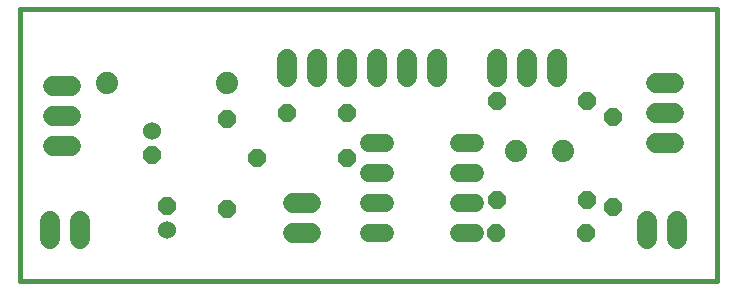
<source format=gts>
G75*
%MOIN*%
%OFA0B0*%
%FSLAX25Y25*%
%IPPOS*%
%LPD*%
%AMOC8*
5,1,8,0,0,1.08239X$1,22.5*
%
%ADD10C,0.01600*%
%ADD11C,0.07400*%
%ADD12C,0.06000*%
%ADD13C,0.06800*%
%ADD14OC8,0.06000*%
%ADD15C,0.06000*%
D10*
X0001800Y0001800D02*
X0001800Y0092351D01*
X0234083Y0092351D01*
X0234083Y0001800D01*
X0001800Y0001800D01*
D11*
X0030737Y0067706D03*
X0070737Y0067706D03*
X0167154Y0045107D03*
X0182902Y0045107D03*
D12*
X0153337Y0047706D02*
X0148137Y0047706D01*
X0148137Y0037706D02*
X0153337Y0037706D01*
X0153337Y0027706D02*
X0148137Y0027706D01*
X0123337Y0027706D02*
X0118137Y0027706D01*
X0118137Y0037706D02*
X0123337Y0037706D01*
X0123337Y0047706D02*
X0118137Y0047706D01*
X0118137Y0017706D02*
X0123337Y0017706D01*
X0148137Y0017706D02*
X0153337Y0017706D01*
D13*
X0098737Y0017706D02*
X0092737Y0017706D01*
X0092737Y0027706D02*
X0098737Y0027706D01*
X0021800Y0021769D02*
X0021800Y0015769D01*
X0011800Y0015769D02*
X0011800Y0021769D01*
X0012737Y0046643D02*
X0018737Y0046643D01*
X0018737Y0056643D02*
X0012737Y0056643D01*
X0012737Y0066643D02*
X0018737Y0066643D01*
X0090737Y0069706D02*
X0090737Y0075706D01*
X0100737Y0075706D02*
X0100737Y0069706D01*
X0110737Y0069706D02*
X0110737Y0075706D01*
X0120737Y0075706D02*
X0120737Y0069706D01*
X0130737Y0069706D02*
X0130737Y0075706D01*
X0140737Y0075706D02*
X0140737Y0069706D01*
X0160737Y0069706D02*
X0160737Y0075706D01*
X0170737Y0075706D02*
X0170737Y0069706D01*
X0180737Y0069706D02*
X0180737Y0075706D01*
X0213800Y0067706D02*
X0219800Y0067706D01*
X0219800Y0057706D02*
X0213800Y0057706D01*
X0213800Y0047706D02*
X0219800Y0047706D01*
X0220737Y0021769D02*
X0220737Y0015769D01*
X0210737Y0015769D02*
X0210737Y0021769D01*
D14*
X0199359Y0026328D03*
X0190737Y0028769D03*
X0190343Y0017824D03*
X0160737Y0028769D03*
X0160343Y0017824D03*
X0110737Y0042706D03*
X0080737Y0042706D03*
X0070737Y0055580D03*
X0090737Y0057706D03*
X0110737Y0057706D03*
X0160737Y0061643D03*
X0190737Y0061643D03*
X0199359Y0056328D03*
X0070737Y0025580D03*
X0050737Y0026706D03*
X0045737Y0043706D03*
D15*
X0045737Y0051706D03*
X0050737Y0018706D03*
M02*

</source>
